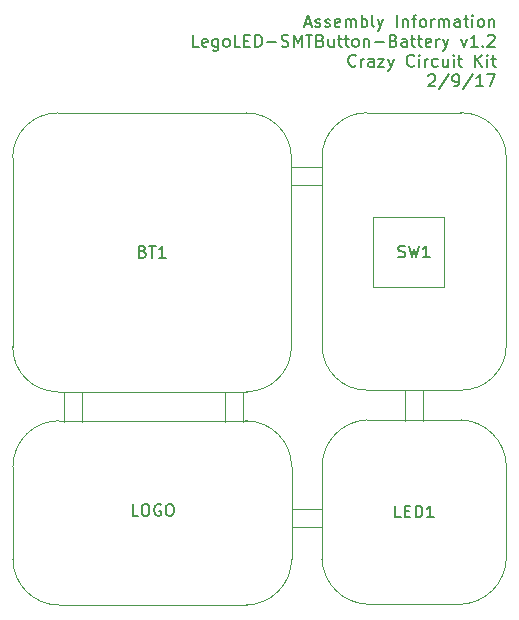
<source format=gbr>
%TF.GenerationSoftware,KiCad,Pcbnew,4.0.5-e0-6337~49~ubuntu16.04.1*%
%TF.CreationDate,2017-02-09T10:09:38-08:00*%
%TF.ProjectId,LegoLED-SMTButton-Battery,4C65676F4C45442D534D54427574746F,1.0*%
%TF.FileFunction,Other,Fab,Top*%
%FSLAX46Y46*%
G04 Gerber Fmt 4.6, Leading zero omitted, Abs format (unit mm)*
G04 Created by KiCad (PCBNEW 4.0.5-e0-6337~49~ubuntu16.04.1) date Thu Feb  9 10:09:38 2017*
%MOMM*%
%LPD*%
G01*
G04 APERTURE LIST*
%ADD10C,0.350000*%
%ADD11C,0.152400*%
%ADD12C,0.040640*%
%ADD13C,0.050000*%
%ADD14C,0.150000*%
G04 APERTURE END LIST*
D10*
D11*
X177749202Y-64558333D02*
X178233011Y-64558333D01*
X177652440Y-64848619D02*
X177991107Y-63832619D01*
X178329773Y-64848619D01*
X178620059Y-64800238D02*
X178716821Y-64848619D01*
X178910345Y-64848619D01*
X179007106Y-64800238D01*
X179055487Y-64703476D01*
X179055487Y-64655095D01*
X179007106Y-64558333D01*
X178910345Y-64509952D01*
X178765202Y-64509952D01*
X178668440Y-64461571D01*
X178620059Y-64364810D01*
X178620059Y-64316429D01*
X178668440Y-64219667D01*
X178765202Y-64171286D01*
X178910345Y-64171286D01*
X179007106Y-64219667D01*
X179442535Y-64800238D02*
X179539297Y-64848619D01*
X179732821Y-64848619D01*
X179829582Y-64800238D01*
X179877963Y-64703476D01*
X179877963Y-64655095D01*
X179829582Y-64558333D01*
X179732821Y-64509952D01*
X179587678Y-64509952D01*
X179490916Y-64461571D01*
X179442535Y-64364810D01*
X179442535Y-64316429D01*
X179490916Y-64219667D01*
X179587678Y-64171286D01*
X179732821Y-64171286D01*
X179829582Y-64219667D01*
X180700439Y-64800238D02*
X180603677Y-64848619D01*
X180410154Y-64848619D01*
X180313392Y-64800238D01*
X180265011Y-64703476D01*
X180265011Y-64316429D01*
X180313392Y-64219667D01*
X180410154Y-64171286D01*
X180603677Y-64171286D01*
X180700439Y-64219667D01*
X180748820Y-64316429D01*
X180748820Y-64413190D01*
X180265011Y-64509952D01*
X181184249Y-64848619D02*
X181184249Y-64171286D01*
X181184249Y-64268048D02*
X181232630Y-64219667D01*
X181329392Y-64171286D01*
X181474534Y-64171286D01*
X181571296Y-64219667D01*
X181619677Y-64316429D01*
X181619677Y-64848619D01*
X181619677Y-64316429D02*
X181668058Y-64219667D01*
X181764820Y-64171286D01*
X181909963Y-64171286D01*
X182006725Y-64219667D01*
X182055106Y-64316429D01*
X182055106Y-64848619D01*
X182538916Y-64848619D02*
X182538916Y-63832619D01*
X182538916Y-64219667D02*
X182635678Y-64171286D01*
X182829201Y-64171286D01*
X182925963Y-64219667D01*
X182974344Y-64268048D01*
X183022725Y-64364810D01*
X183022725Y-64655095D01*
X182974344Y-64751857D01*
X182925963Y-64800238D01*
X182829201Y-64848619D01*
X182635678Y-64848619D01*
X182538916Y-64800238D01*
X183603297Y-64848619D02*
X183506535Y-64800238D01*
X183458154Y-64703476D01*
X183458154Y-63832619D01*
X183893582Y-64171286D02*
X184135487Y-64848619D01*
X184377391Y-64171286D02*
X184135487Y-64848619D01*
X184038725Y-65090524D01*
X183990344Y-65138905D01*
X183893582Y-65187286D01*
X185538534Y-64848619D02*
X185538534Y-63832619D01*
X186022344Y-64171286D02*
X186022344Y-64848619D01*
X186022344Y-64268048D02*
X186070725Y-64219667D01*
X186167487Y-64171286D01*
X186312629Y-64171286D01*
X186409391Y-64219667D01*
X186457772Y-64316429D01*
X186457772Y-64848619D01*
X186796439Y-64171286D02*
X187183487Y-64171286D01*
X186941582Y-64848619D02*
X186941582Y-63977762D01*
X186989963Y-63881000D01*
X187086725Y-63832619D01*
X187183487Y-63832619D01*
X187667296Y-64848619D02*
X187570534Y-64800238D01*
X187522153Y-64751857D01*
X187473772Y-64655095D01*
X187473772Y-64364810D01*
X187522153Y-64268048D01*
X187570534Y-64219667D01*
X187667296Y-64171286D01*
X187812438Y-64171286D01*
X187909200Y-64219667D01*
X187957581Y-64268048D01*
X188005962Y-64364810D01*
X188005962Y-64655095D01*
X187957581Y-64751857D01*
X187909200Y-64800238D01*
X187812438Y-64848619D01*
X187667296Y-64848619D01*
X188441391Y-64848619D02*
X188441391Y-64171286D01*
X188441391Y-64364810D02*
X188489772Y-64268048D01*
X188538153Y-64219667D01*
X188634915Y-64171286D01*
X188731676Y-64171286D01*
X189070343Y-64848619D02*
X189070343Y-64171286D01*
X189070343Y-64268048D02*
X189118724Y-64219667D01*
X189215486Y-64171286D01*
X189360628Y-64171286D01*
X189457390Y-64219667D01*
X189505771Y-64316429D01*
X189505771Y-64848619D01*
X189505771Y-64316429D02*
X189554152Y-64219667D01*
X189650914Y-64171286D01*
X189796057Y-64171286D01*
X189892819Y-64219667D01*
X189941200Y-64316429D01*
X189941200Y-64848619D01*
X190860438Y-64848619D02*
X190860438Y-64316429D01*
X190812057Y-64219667D01*
X190715295Y-64171286D01*
X190521772Y-64171286D01*
X190425010Y-64219667D01*
X190860438Y-64800238D02*
X190763676Y-64848619D01*
X190521772Y-64848619D01*
X190425010Y-64800238D01*
X190376629Y-64703476D01*
X190376629Y-64606714D01*
X190425010Y-64509952D01*
X190521772Y-64461571D01*
X190763676Y-64461571D01*
X190860438Y-64413190D01*
X191199105Y-64171286D02*
X191586153Y-64171286D01*
X191344248Y-63832619D02*
X191344248Y-64703476D01*
X191392629Y-64800238D01*
X191489391Y-64848619D01*
X191586153Y-64848619D01*
X191924819Y-64848619D02*
X191924819Y-64171286D01*
X191924819Y-63832619D02*
X191876438Y-63881000D01*
X191924819Y-63929381D01*
X191973200Y-63881000D01*
X191924819Y-63832619D01*
X191924819Y-63929381D01*
X192553772Y-64848619D02*
X192457010Y-64800238D01*
X192408629Y-64751857D01*
X192360248Y-64655095D01*
X192360248Y-64364810D01*
X192408629Y-64268048D01*
X192457010Y-64219667D01*
X192553772Y-64171286D01*
X192698914Y-64171286D01*
X192795676Y-64219667D01*
X192844057Y-64268048D01*
X192892438Y-64364810D01*
X192892438Y-64655095D01*
X192844057Y-64751857D01*
X192795676Y-64800238D01*
X192698914Y-64848619D01*
X192553772Y-64848619D01*
X193327867Y-64171286D02*
X193327867Y-64848619D01*
X193327867Y-64268048D02*
X193376248Y-64219667D01*
X193473010Y-64171286D01*
X193618152Y-64171286D01*
X193714914Y-64219667D01*
X193763295Y-64316429D01*
X193763295Y-64848619D01*
X168750346Y-66525019D02*
X168266537Y-66525019D01*
X168266537Y-65509019D01*
X169476060Y-66476638D02*
X169379298Y-66525019D01*
X169185775Y-66525019D01*
X169089013Y-66476638D01*
X169040632Y-66379876D01*
X169040632Y-65992829D01*
X169089013Y-65896067D01*
X169185775Y-65847686D01*
X169379298Y-65847686D01*
X169476060Y-65896067D01*
X169524441Y-65992829D01*
X169524441Y-66089590D01*
X169040632Y-66186352D01*
X170395298Y-65847686D02*
X170395298Y-66670162D01*
X170346917Y-66766924D01*
X170298536Y-66815305D01*
X170201775Y-66863686D01*
X170056632Y-66863686D01*
X169959870Y-66815305D01*
X170395298Y-66476638D02*
X170298536Y-66525019D01*
X170105013Y-66525019D01*
X170008251Y-66476638D01*
X169959870Y-66428257D01*
X169911489Y-66331495D01*
X169911489Y-66041210D01*
X169959870Y-65944448D01*
X170008251Y-65896067D01*
X170105013Y-65847686D01*
X170298536Y-65847686D01*
X170395298Y-65896067D01*
X171024251Y-66525019D02*
X170927489Y-66476638D01*
X170879108Y-66428257D01*
X170830727Y-66331495D01*
X170830727Y-66041210D01*
X170879108Y-65944448D01*
X170927489Y-65896067D01*
X171024251Y-65847686D01*
X171169393Y-65847686D01*
X171266155Y-65896067D01*
X171314536Y-65944448D01*
X171362917Y-66041210D01*
X171362917Y-66331495D01*
X171314536Y-66428257D01*
X171266155Y-66476638D01*
X171169393Y-66525019D01*
X171024251Y-66525019D01*
X172282155Y-66525019D02*
X171798346Y-66525019D01*
X171798346Y-65509019D01*
X172620822Y-65992829D02*
X172959488Y-65992829D01*
X173104631Y-66525019D02*
X172620822Y-66525019D01*
X172620822Y-65509019D01*
X173104631Y-65509019D01*
X173540060Y-66525019D02*
X173540060Y-65509019D01*
X173781965Y-65509019D01*
X173927107Y-65557400D01*
X174023869Y-65654162D01*
X174072250Y-65750924D01*
X174120631Y-65944448D01*
X174120631Y-66089590D01*
X174072250Y-66283114D01*
X174023869Y-66379876D01*
X173927107Y-66476638D01*
X173781965Y-66525019D01*
X173540060Y-66525019D01*
X174556060Y-66137971D02*
X175330155Y-66137971D01*
X175765584Y-66476638D02*
X175910727Y-66525019D01*
X176152631Y-66525019D01*
X176249393Y-66476638D01*
X176297774Y-66428257D01*
X176346155Y-66331495D01*
X176346155Y-66234733D01*
X176297774Y-66137971D01*
X176249393Y-66089590D01*
X176152631Y-66041210D01*
X175959108Y-65992829D01*
X175862346Y-65944448D01*
X175813965Y-65896067D01*
X175765584Y-65799305D01*
X175765584Y-65702543D01*
X175813965Y-65605781D01*
X175862346Y-65557400D01*
X175959108Y-65509019D01*
X176201012Y-65509019D01*
X176346155Y-65557400D01*
X176781584Y-66525019D02*
X176781584Y-65509019D01*
X177120250Y-66234733D01*
X177458917Y-65509019D01*
X177458917Y-66525019D01*
X177797584Y-65509019D02*
X178378155Y-65509019D01*
X178087870Y-66525019D02*
X178087870Y-65509019D01*
X179055488Y-65992829D02*
X179200631Y-66041210D01*
X179249012Y-66089590D01*
X179297393Y-66186352D01*
X179297393Y-66331495D01*
X179249012Y-66428257D01*
X179200631Y-66476638D01*
X179103869Y-66525019D01*
X178716822Y-66525019D01*
X178716822Y-65509019D01*
X179055488Y-65509019D01*
X179152250Y-65557400D01*
X179200631Y-65605781D01*
X179249012Y-65702543D01*
X179249012Y-65799305D01*
X179200631Y-65896067D01*
X179152250Y-65944448D01*
X179055488Y-65992829D01*
X178716822Y-65992829D01*
X180168250Y-65847686D02*
X180168250Y-66525019D01*
X179732822Y-65847686D02*
X179732822Y-66379876D01*
X179781203Y-66476638D01*
X179877965Y-66525019D01*
X180023107Y-66525019D01*
X180119869Y-66476638D01*
X180168250Y-66428257D01*
X180506917Y-65847686D02*
X180893965Y-65847686D01*
X180652060Y-65509019D02*
X180652060Y-66379876D01*
X180700441Y-66476638D01*
X180797203Y-66525019D01*
X180893965Y-66525019D01*
X181087488Y-65847686D02*
X181474536Y-65847686D01*
X181232631Y-65509019D02*
X181232631Y-66379876D01*
X181281012Y-66476638D01*
X181377774Y-66525019D01*
X181474536Y-66525019D01*
X181958345Y-66525019D02*
X181861583Y-66476638D01*
X181813202Y-66428257D01*
X181764821Y-66331495D01*
X181764821Y-66041210D01*
X181813202Y-65944448D01*
X181861583Y-65896067D01*
X181958345Y-65847686D01*
X182103487Y-65847686D01*
X182200249Y-65896067D01*
X182248630Y-65944448D01*
X182297011Y-66041210D01*
X182297011Y-66331495D01*
X182248630Y-66428257D01*
X182200249Y-66476638D01*
X182103487Y-66525019D01*
X181958345Y-66525019D01*
X182732440Y-65847686D02*
X182732440Y-66525019D01*
X182732440Y-65944448D02*
X182780821Y-65896067D01*
X182877583Y-65847686D01*
X183022725Y-65847686D01*
X183119487Y-65896067D01*
X183167868Y-65992829D01*
X183167868Y-66525019D01*
X183651678Y-66137971D02*
X184425773Y-66137971D01*
X185248249Y-65992829D02*
X185393392Y-66041210D01*
X185441773Y-66089590D01*
X185490154Y-66186352D01*
X185490154Y-66331495D01*
X185441773Y-66428257D01*
X185393392Y-66476638D01*
X185296630Y-66525019D01*
X184909583Y-66525019D01*
X184909583Y-65509019D01*
X185248249Y-65509019D01*
X185345011Y-65557400D01*
X185393392Y-65605781D01*
X185441773Y-65702543D01*
X185441773Y-65799305D01*
X185393392Y-65896067D01*
X185345011Y-65944448D01*
X185248249Y-65992829D01*
X184909583Y-65992829D01*
X186361011Y-66525019D02*
X186361011Y-65992829D01*
X186312630Y-65896067D01*
X186215868Y-65847686D01*
X186022345Y-65847686D01*
X185925583Y-65896067D01*
X186361011Y-66476638D02*
X186264249Y-66525019D01*
X186022345Y-66525019D01*
X185925583Y-66476638D01*
X185877202Y-66379876D01*
X185877202Y-66283114D01*
X185925583Y-66186352D01*
X186022345Y-66137971D01*
X186264249Y-66137971D01*
X186361011Y-66089590D01*
X186699678Y-65847686D02*
X187086726Y-65847686D01*
X186844821Y-65509019D02*
X186844821Y-66379876D01*
X186893202Y-66476638D01*
X186989964Y-66525019D01*
X187086726Y-66525019D01*
X187280249Y-65847686D02*
X187667297Y-65847686D01*
X187425392Y-65509019D02*
X187425392Y-66379876D01*
X187473773Y-66476638D01*
X187570535Y-66525019D01*
X187667297Y-66525019D01*
X188393010Y-66476638D02*
X188296248Y-66525019D01*
X188102725Y-66525019D01*
X188005963Y-66476638D01*
X187957582Y-66379876D01*
X187957582Y-65992829D01*
X188005963Y-65896067D01*
X188102725Y-65847686D01*
X188296248Y-65847686D01*
X188393010Y-65896067D01*
X188441391Y-65992829D01*
X188441391Y-66089590D01*
X187957582Y-66186352D01*
X188876820Y-66525019D02*
X188876820Y-65847686D01*
X188876820Y-66041210D02*
X188925201Y-65944448D01*
X188973582Y-65896067D01*
X189070344Y-65847686D01*
X189167105Y-65847686D01*
X189409010Y-65847686D02*
X189650915Y-66525019D01*
X189892819Y-65847686D02*
X189650915Y-66525019D01*
X189554153Y-66766924D01*
X189505772Y-66815305D01*
X189409010Y-66863686D01*
X190957200Y-65847686D02*
X191199105Y-66525019D01*
X191441009Y-65847686D01*
X192360247Y-66525019D02*
X191779676Y-66525019D01*
X192069962Y-66525019D02*
X192069962Y-65509019D01*
X191973200Y-65654162D01*
X191876438Y-65750924D01*
X191779676Y-65799305D01*
X192795676Y-66428257D02*
X192844057Y-66476638D01*
X192795676Y-66525019D01*
X192747295Y-66476638D01*
X192795676Y-66428257D01*
X192795676Y-66525019D01*
X193231105Y-65605781D02*
X193279486Y-65557400D01*
X193376248Y-65509019D01*
X193618152Y-65509019D01*
X193714914Y-65557400D01*
X193763295Y-65605781D01*
X193811676Y-65702543D01*
X193811676Y-65799305D01*
X193763295Y-65944448D01*
X193182724Y-66525019D01*
X193811676Y-66525019D01*
X182055106Y-68104657D02*
X182006725Y-68153038D01*
X181861582Y-68201419D01*
X181764820Y-68201419D01*
X181619678Y-68153038D01*
X181522916Y-68056276D01*
X181474535Y-67959514D01*
X181426154Y-67765990D01*
X181426154Y-67620848D01*
X181474535Y-67427324D01*
X181522916Y-67330562D01*
X181619678Y-67233800D01*
X181764820Y-67185419D01*
X181861582Y-67185419D01*
X182006725Y-67233800D01*
X182055106Y-67282181D01*
X182490535Y-68201419D02*
X182490535Y-67524086D01*
X182490535Y-67717610D02*
X182538916Y-67620848D01*
X182587297Y-67572467D01*
X182684059Y-67524086D01*
X182780820Y-67524086D01*
X183554915Y-68201419D02*
X183554915Y-67669229D01*
X183506534Y-67572467D01*
X183409772Y-67524086D01*
X183216249Y-67524086D01*
X183119487Y-67572467D01*
X183554915Y-68153038D02*
X183458153Y-68201419D01*
X183216249Y-68201419D01*
X183119487Y-68153038D01*
X183071106Y-68056276D01*
X183071106Y-67959514D01*
X183119487Y-67862752D01*
X183216249Y-67814371D01*
X183458153Y-67814371D01*
X183554915Y-67765990D01*
X183941963Y-67524086D02*
X184474153Y-67524086D01*
X183941963Y-68201419D01*
X184474153Y-68201419D01*
X184764439Y-67524086D02*
X185006344Y-68201419D01*
X185248248Y-67524086D02*
X185006344Y-68201419D01*
X184909582Y-68443324D01*
X184861201Y-68491705D01*
X184764439Y-68540086D01*
X186989962Y-68104657D02*
X186941581Y-68153038D01*
X186796438Y-68201419D01*
X186699676Y-68201419D01*
X186554534Y-68153038D01*
X186457772Y-68056276D01*
X186409391Y-67959514D01*
X186361010Y-67765990D01*
X186361010Y-67620848D01*
X186409391Y-67427324D01*
X186457772Y-67330562D01*
X186554534Y-67233800D01*
X186699676Y-67185419D01*
X186796438Y-67185419D01*
X186941581Y-67233800D01*
X186989962Y-67282181D01*
X187425391Y-68201419D02*
X187425391Y-67524086D01*
X187425391Y-67185419D02*
X187377010Y-67233800D01*
X187425391Y-67282181D01*
X187473772Y-67233800D01*
X187425391Y-67185419D01*
X187425391Y-67282181D01*
X187909201Y-68201419D02*
X187909201Y-67524086D01*
X187909201Y-67717610D02*
X187957582Y-67620848D01*
X188005963Y-67572467D01*
X188102725Y-67524086D01*
X188199486Y-67524086D01*
X188973581Y-68153038D02*
X188876819Y-68201419D01*
X188683296Y-68201419D01*
X188586534Y-68153038D01*
X188538153Y-68104657D01*
X188489772Y-68007895D01*
X188489772Y-67717610D01*
X188538153Y-67620848D01*
X188586534Y-67572467D01*
X188683296Y-67524086D01*
X188876819Y-67524086D01*
X188973581Y-67572467D01*
X189844438Y-67524086D02*
X189844438Y-68201419D01*
X189409010Y-67524086D02*
X189409010Y-68056276D01*
X189457391Y-68153038D01*
X189554153Y-68201419D01*
X189699295Y-68201419D01*
X189796057Y-68153038D01*
X189844438Y-68104657D01*
X190328248Y-68201419D02*
X190328248Y-67524086D01*
X190328248Y-67185419D02*
X190279867Y-67233800D01*
X190328248Y-67282181D01*
X190376629Y-67233800D01*
X190328248Y-67185419D01*
X190328248Y-67282181D01*
X190666915Y-67524086D02*
X191053963Y-67524086D01*
X190812058Y-67185419D02*
X190812058Y-68056276D01*
X190860439Y-68153038D01*
X190957201Y-68201419D01*
X191053963Y-68201419D01*
X192166724Y-68201419D02*
X192166724Y-67185419D01*
X192747295Y-68201419D02*
X192311867Y-67620848D01*
X192747295Y-67185419D02*
X192166724Y-67765990D01*
X193182724Y-68201419D02*
X193182724Y-67524086D01*
X193182724Y-67185419D02*
X193134343Y-67233800D01*
X193182724Y-67282181D01*
X193231105Y-67233800D01*
X193182724Y-67185419D01*
X193182724Y-67282181D01*
X193521391Y-67524086D02*
X193908439Y-67524086D01*
X193666534Y-67185419D02*
X193666534Y-68056276D01*
X193714915Y-68153038D01*
X193811677Y-68201419D01*
X193908439Y-68201419D01*
X188199486Y-68958581D02*
X188247867Y-68910200D01*
X188344629Y-68861819D01*
X188586533Y-68861819D01*
X188683295Y-68910200D01*
X188731676Y-68958581D01*
X188780057Y-69055343D01*
X188780057Y-69152105D01*
X188731676Y-69297248D01*
X188151105Y-69877819D01*
X188780057Y-69877819D01*
X189941200Y-68813438D02*
X189070343Y-70119724D01*
X190328248Y-69877819D02*
X190521772Y-69877819D01*
X190618533Y-69829438D01*
X190666914Y-69781057D01*
X190763676Y-69635914D01*
X190812057Y-69442390D01*
X190812057Y-69055343D01*
X190763676Y-68958581D01*
X190715295Y-68910200D01*
X190618533Y-68861819D01*
X190425010Y-68861819D01*
X190328248Y-68910200D01*
X190279867Y-68958581D01*
X190231486Y-69055343D01*
X190231486Y-69297248D01*
X190279867Y-69394010D01*
X190328248Y-69442390D01*
X190425010Y-69490771D01*
X190618533Y-69490771D01*
X190715295Y-69442390D01*
X190763676Y-69394010D01*
X190812057Y-69297248D01*
X191973200Y-68813438D02*
X191102343Y-70119724D01*
X192844057Y-69877819D02*
X192263486Y-69877819D01*
X192553772Y-69877819D02*
X192553772Y-68861819D01*
X192457010Y-69006962D01*
X192360248Y-69103724D01*
X192263486Y-69152105D01*
X193182724Y-68861819D02*
X193860057Y-68861819D01*
X193424629Y-69877819D01*
D12*
X157348000Y-98260000D02*
X157348000Y-95720000D01*
X158872000Y-98260000D02*
X158872000Y-95720000D01*
X170948000Y-98260000D02*
X170948000Y-95720000D01*
X172472000Y-98260000D02*
X172472000Y-95720000D01*
X176640000Y-105648000D02*
X179180000Y-105648000D01*
X176640000Y-107172000D02*
X179180000Y-107172000D01*
X179170000Y-78182000D02*
X176630000Y-78182000D01*
X179170000Y-76658000D02*
X176630000Y-76658000D01*
D13*
X194793625Y-101900028D02*
G75*
G03X190990000Y-98110000I-3999066J-209764D01*
G01*
X179190000Y-109910000D02*
X179190000Y-101910000D01*
X190990000Y-113710000D02*
X182990000Y-113710000D01*
X190990000Y-98110000D02*
X182990000Y-98110000D01*
X194790000Y-109910000D02*
X194790000Y-101910000D01*
X182980028Y-98106375D02*
G75*
G03X179190000Y-101910000I209764J-3999066D01*
G01*
X190999972Y-113713625D02*
G75*
G03X194790000Y-109910000I-209764J3999066D01*
G01*
X179186375Y-109919972D02*
G75*
G03X182990000Y-113710000I3999066J209764D01*
G01*
D12*
X187760000Y-95624000D02*
X187760000Y-98164000D01*
X186236000Y-95624000D02*
X186236000Y-98164000D01*
X189490000Y-80900000D02*
X189490000Y-86900000D01*
X183490000Y-80900000D02*
X189490000Y-80900000D01*
X183490000Y-86900000D02*
X183490000Y-80900000D01*
X189490000Y-86900000D02*
X183490000Y-86900000D01*
X179190000Y-91900000D02*
G75*
G03X183089820Y-95593368I3799820J106632D01*
G01*
X190990000Y-95589821D02*
G75*
G03X194790000Y-91900000I0J3801645D01*
G01*
X194791316Y-75900000D02*
G75*
G03X190890000Y-72100000I-3801316J0D01*
G01*
X182990000Y-72098684D02*
G75*
G03X179190000Y-76000000I0J-3801316D01*
G01*
X182990000Y-72100000D02*
X190990000Y-72100000D01*
X179190000Y-76000000D02*
X179190000Y-91900000D01*
X194790000Y-75900000D02*
X194790000Y-91900000D01*
X182990000Y-95600000D02*
X190990000Y-95600000D01*
X172820000Y-98180500D02*
X156920000Y-98180500D01*
X172820000Y-113780500D02*
X156920000Y-113780500D01*
X176620000Y-109880500D02*
X176620000Y-102080500D01*
X153020000Y-109880500D02*
X153020000Y-102080500D01*
X176620000Y-102080500D02*
G75*
G03X172720000Y-98180500I-3900000J0D01*
G01*
X172720000Y-113780500D02*
G75*
G03X176620000Y-109880500I0J3900000D01*
G01*
X153020000Y-109880500D02*
G75*
G03X156920000Y-113780500I3900000J0D01*
G01*
X156920000Y-98180500D02*
G75*
G03X153020000Y-102080500I0J-3900000D01*
G01*
D13*
X156800000Y-95720000D02*
X172800000Y-95720000D01*
X153000000Y-75920000D02*
X153000000Y-91920000D01*
X176600000Y-75920000D02*
X176600000Y-91920000D01*
X156800000Y-72120000D02*
X172800000Y-72120000D01*
X156800000Y-72120000D02*
G75*
G03X153000000Y-75920000I0J-3800000D01*
G01*
X153000000Y-91920000D02*
G75*
G03X156800000Y-95720000I3800000J0D01*
G01*
X172800000Y-95720000D02*
G75*
G03X176600000Y-91920000I0J3800000D01*
G01*
X176600000Y-75920000D02*
G75*
G03X172800000Y-72120000I-3800000J0D01*
G01*
D14*
X185870953Y-106362381D02*
X185394762Y-106362381D01*
X185394762Y-105362381D01*
X186204286Y-105838571D02*
X186537620Y-105838571D01*
X186680477Y-106362381D02*
X186204286Y-106362381D01*
X186204286Y-105362381D01*
X186680477Y-105362381D01*
X187109048Y-106362381D02*
X187109048Y-105362381D01*
X187347143Y-105362381D01*
X187490001Y-105410000D01*
X187585239Y-105505238D01*
X187632858Y-105600476D01*
X187680477Y-105790952D01*
X187680477Y-105933810D01*
X187632858Y-106124286D01*
X187585239Y-106219524D01*
X187490001Y-106314762D01*
X187347143Y-106362381D01*
X187109048Y-106362381D01*
X188632858Y-106362381D02*
X188061429Y-106362381D01*
X188347143Y-106362381D02*
X188347143Y-105362381D01*
X188251905Y-105505238D01*
X188156667Y-105600476D01*
X188061429Y-105648095D01*
X185656667Y-84304762D02*
X185799524Y-84352381D01*
X186037620Y-84352381D01*
X186132858Y-84304762D01*
X186180477Y-84257143D01*
X186228096Y-84161905D01*
X186228096Y-84066667D01*
X186180477Y-83971429D01*
X186132858Y-83923810D01*
X186037620Y-83876190D01*
X185847143Y-83828571D01*
X185751905Y-83780952D01*
X185704286Y-83733333D01*
X185656667Y-83638095D01*
X185656667Y-83542857D01*
X185704286Y-83447619D01*
X185751905Y-83400000D01*
X185847143Y-83352381D01*
X186085239Y-83352381D01*
X186228096Y-83400000D01*
X186561429Y-83352381D02*
X186799524Y-84352381D01*
X186990001Y-83638095D01*
X187180477Y-84352381D01*
X187418572Y-83352381D01*
X188323334Y-84352381D02*
X187751905Y-84352381D01*
X188037619Y-84352381D02*
X188037619Y-83352381D01*
X187942381Y-83495238D01*
X187847143Y-83590476D01*
X187751905Y-83638095D01*
X163631905Y-106232381D02*
X163155714Y-106232381D01*
X163155714Y-105232381D01*
X164155714Y-105232381D02*
X164346191Y-105232381D01*
X164441429Y-105280000D01*
X164536667Y-105375238D01*
X164584286Y-105565714D01*
X164584286Y-105899048D01*
X164536667Y-106089524D01*
X164441429Y-106184762D01*
X164346191Y-106232381D01*
X164155714Y-106232381D01*
X164060476Y-106184762D01*
X163965238Y-106089524D01*
X163917619Y-105899048D01*
X163917619Y-105565714D01*
X163965238Y-105375238D01*
X164060476Y-105280000D01*
X164155714Y-105232381D01*
X165536667Y-105280000D02*
X165441429Y-105232381D01*
X165298572Y-105232381D01*
X165155714Y-105280000D01*
X165060476Y-105375238D01*
X165012857Y-105470476D01*
X164965238Y-105660952D01*
X164965238Y-105803810D01*
X165012857Y-105994286D01*
X165060476Y-106089524D01*
X165155714Y-106184762D01*
X165298572Y-106232381D01*
X165393810Y-106232381D01*
X165536667Y-106184762D01*
X165584286Y-106137143D01*
X165584286Y-105803810D01*
X165393810Y-105803810D01*
X166203333Y-105232381D02*
X166393810Y-105232381D01*
X166489048Y-105280000D01*
X166584286Y-105375238D01*
X166631905Y-105565714D01*
X166631905Y-105899048D01*
X166584286Y-106089524D01*
X166489048Y-106184762D01*
X166393810Y-106232381D01*
X166203333Y-106232381D01*
X166108095Y-106184762D01*
X166012857Y-106089524D01*
X165965238Y-105899048D01*
X165965238Y-105565714D01*
X166012857Y-105375238D01*
X166108095Y-105280000D01*
X166203333Y-105232381D01*
X164014286Y-83848571D02*
X164157143Y-83896190D01*
X164204762Y-83943810D01*
X164252381Y-84039048D01*
X164252381Y-84181905D01*
X164204762Y-84277143D01*
X164157143Y-84324762D01*
X164061905Y-84372381D01*
X163680952Y-84372381D01*
X163680952Y-83372381D01*
X164014286Y-83372381D01*
X164109524Y-83420000D01*
X164157143Y-83467619D01*
X164204762Y-83562857D01*
X164204762Y-83658095D01*
X164157143Y-83753333D01*
X164109524Y-83800952D01*
X164014286Y-83848571D01*
X163680952Y-83848571D01*
X164538095Y-83372381D02*
X165109524Y-83372381D01*
X164823809Y-84372381D02*
X164823809Y-83372381D01*
X165966667Y-84372381D02*
X165395238Y-84372381D01*
X165680952Y-84372381D02*
X165680952Y-83372381D01*
X165585714Y-83515238D01*
X165490476Y-83610476D01*
X165395238Y-83658095D01*
M02*

</source>
